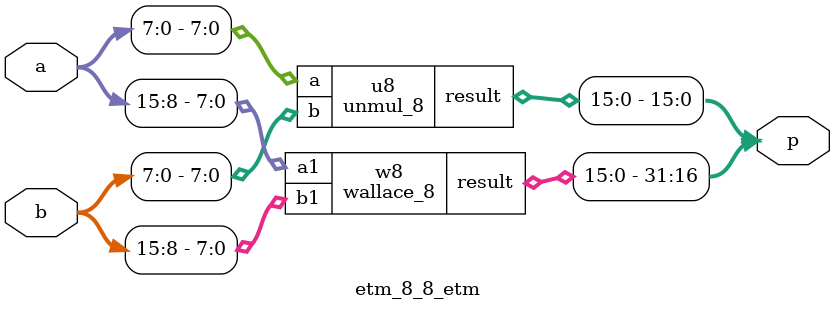
<source format=v>


module ha_0 ( A, B, S, C );
  input A, B;
  output S, C;


  XOR2X1 U1 ( .A(B), .B(A), .Y(S) );
  AND2X1 U2 ( .A(A), .B(B), .Y(C) );
endmodule


module ha_95 ( A, B, S, C );
  input A, B;
  output S, C;


  XOR2X1 U1 ( .A(B), .B(A), .Y(S) );
  AND2X1 U2 ( .A(A), .B(B), .Y(C) );
endmodule


module ha_96 ( A, B, S, C );
  input A, B;
  output S, C;


  XOR2X1 U1 ( .A(B), .B(A), .Y(S) );
  AND2X1 U2 ( .A(A), .B(B), .Y(C) );
endmodule


module fa_0 ( A, B, Cin, S, Cout );
  input A, B, Cin;
  output S, Cout;
  wire   s1, c1, c2;

  ha_96 HA1 ( .A(A), .B(B), .S(s1), .C(c1) );
  ha_95 HA2 ( .A(s1), .B(Cin), .S(S), .C(c2) );
  OR2X1 U1 ( .A(c1), .B(c2), .Y(Cout) );
endmodule


module ha_19 ( A, B, S, C );
  input A, B;
  output S, C;


  XOR2X1 U1 ( .A(B), .B(A), .Y(S) );
  AND2X1 U2 ( .A(A), .B(B), .Y(C) );
endmodule


module ha_20 ( A, B, S, C );
  input A, B;
  output S, C;


  XOR2X1 U1 ( .A(B), .B(A), .Y(S) );
  AND2X1 U2 ( .A(A), .B(B), .Y(C) );
endmodule


module ha_1 ( A, B, S, C );
  input A, B;
  output S, C;


  XOR2X1 U1 ( .A(B), .B(A), .Y(S) );
  AND2X1 U2 ( .A(A), .B(B), .Y(C) );
endmodule


module ha_2 ( A, B, S, C );
  input A, B;
  output S, C;


  XOR2X1 U1 ( .A(B), .B(A), .Y(S) );
  AND2X1 U2 ( .A(A), .B(B), .Y(C) );
endmodule


module fa_1 ( A, B, Cin, S, Cout );
  input A, B, Cin;
  output S, Cout;
  wire   s1, c1, c2;

  ha_2 HA1 ( .A(A), .B(B), .S(s1), .C(c1) );
  ha_1 HA2 ( .A(s1), .B(Cin), .S(S), .C(c2) );
  OR2X1 U1 ( .A(c1), .B(c2), .Y(Cout) );
endmodule


module ha_3 ( A, B, S, C );
  input A, B;
  output S, C;


  XOR2X1 U1 ( .A(B), .B(A), .Y(S) );
  AND2X1 U2 ( .A(A), .B(B), .Y(C) );
endmodule


module ha_4 ( A, B, S, C );
  input A, B;
  output S, C;


  XOR2X1 U1 ( .A(B), .B(A), .Y(S) );
  AND2X1 U2 ( .A(A), .B(B), .Y(C) );
endmodule


module fa_2 ( A, B, Cin, S, Cout );
  input A, B, Cin;
  output S, Cout;
  wire   s1, c1, c2;

  ha_4 HA1 ( .A(A), .B(B), .S(s1), .C(c1) );
  ha_3 HA2 ( .A(s1), .B(Cin), .S(S), .C(c2) );
  OR2X1 U1 ( .A(c1), .B(c2), .Y(Cout) );
endmodule


module ha_5 ( A, B, S, C );
  input A, B;
  output S, C;


  XOR2X1 U1 ( .A(B), .B(A), .Y(S) );
  AND2X1 U2 ( .A(A), .B(B), .Y(C) );
endmodule


module ha_6 ( A, B, S, C );
  input A, B;
  output S, C;


  XOR2X1 U1 ( .A(B), .B(A), .Y(S) );
  AND2X1 U2 ( .A(A), .B(B), .Y(C) );
endmodule


module fa_3 ( A, B, Cin, S, Cout );
  input A, B, Cin;
  output S, Cout;
  wire   s1, c1, c2;

  ha_6 HA1 ( .A(A), .B(B), .S(s1), .C(c1) );
  ha_5 HA2 ( .A(s1), .B(Cin), .S(S), .C(c2) );
  OR2X1 U1 ( .A(c1), .B(c2), .Y(Cout) );
endmodule


module ha_7 ( A, B, S, C );
  input A, B;
  output S, C;


  XOR2X1 U1 ( .A(B), .B(A), .Y(S) );
  AND2X1 U2 ( .A(A), .B(B), .Y(C) );
endmodule


module ha_8 ( A, B, S, C );
  input A, B;
  output S, C;


  XOR2X1 U1 ( .A(B), .B(A), .Y(S) );
  AND2X1 U2 ( .A(A), .B(B), .Y(C) );
endmodule


module fa_4 ( A, B, Cin, S, Cout );
  input A, B, Cin;
  output S, Cout;
  wire   s1, c1, c2;

  ha_8 HA1 ( .A(A), .B(B), .S(s1), .C(c1) );
  ha_7 HA2 ( .A(s1), .B(Cin), .S(S), .C(c2) );
  OR2X1 U1 ( .A(c1), .B(c2), .Y(Cout) );
endmodule


module ha_9 ( A, B, S, C );
  input A, B;
  output S, C;


  XOR2X1 U1 ( .A(B), .B(A), .Y(S) );
  AND2X1 U2 ( .A(A), .B(B), .Y(C) );
endmodule


module ha_10 ( A, B, S, C );
  input A, B;
  output S, C;


  XOR2X1 U1 ( .A(B), .B(A), .Y(S) );
  AND2X1 U2 ( .A(A), .B(B), .Y(C) );
endmodule


module fa_5 ( A, B, Cin, S, Cout );
  input A, B, Cin;
  output S, Cout;
  wire   s1, c1, c2;

  ha_10 HA1 ( .A(A), .B(B), .S(s1), .C(c1) );
  ha_9 HA2 ( .A(s1), .B(Cin), .S(S), .C(c2) );
  OR2X1 U1 ( .A(c1), .B(c2), .Y(Cout) );
endmodule


module ha_11 ( A, B, S, C );
  input A, B;
  output S, C;


  XOR2X1 U1 ( .A(B), .B(A), .Y(S) );
  AND2X1 U2 ( .A(A), .B(B), .Y(C) );
endmodule


module ha_12 ( A, B, S, C );
  input A, B;
  output S, C;


  XOR2X1 U1 ( .A(B), .B(A), .Y(S) );
  AND2X1 U2 ( .A(A), .B(B), .Y(C) );
endmodule


module fa_6 ( A, B, Cin, S, Cout );
  input A, B, Cin;
  output S, Cout;
  wire   s1, c1, c2;

  ha_12 HA1 ( .A(A), .B(B), .S(s1), .C(c1) );
  ha_11 HA2 ( .A(s1), .B(Cin), .S(S), .C(c2) );
  OR2X1 U1 ( .A(c1), .B(c2), .Y(Cout) );
endmodule


module ha_13 ( A, B, S, C );
  input A, B;
  output S, C;


  XOR2X1 U1 ( .A(B), .B(A), .Y(S) );
  AND2X1 U2 ( .A(A), .B(B), .Y(C) );
endmodule


module ha_14 ( A, B, S, C );
  input A, B;
  output S, C;


  XOR2X1 U1 ( .A(B), .B(A), .Y(S) );
  AND2X1 U2 ( .A(A), .B(B), .Y(C) );
endmodule


module fa_7 ( A, B, Cin, S, Cout );
  input A, B, Cin;
  output S, Cout;
  wire   s1, c1, c2;

  ha_14 HA1 ( .A(A), .B(B), .S(s1), .C(c1) );
  ha_13 HA2 ( .A(s1), .B(Cin), .S(S), .C(c2) );
  OR2X1 U1 ( .A(c1), .B(c2), .Y(Cout) );
endmodule


module ha_15 ( A, B, S, C );
  input A, B;
  output S, C;


  XOR2X1 U1 ( .A(B), .B(A), .Y(S) );
  AND2X1 U2 ( .A(A), .B(B), .Y(C) );
endmodule


module ha_16 ( A, B, S, C );
  input A, B;
  output S, C;


  XOR2X1 U1 ( .A(B), .B(A), .Y(S) );
  AND2X1 U2 ( .A(A), .B(B), .Y(C) );
endmodule


module fa_8 ( A, B, Cin, S, Cout );
  input A, B, Cin;
  output S, Cout;
  wire   s1, c1, c2;

  ha_16 HA1 ( .A(A), .B(B), .S(s1), .C(c1) );
  ha_15 HA2 ( .A(s1), .B(Cin), .S(S), .C(c2) );
  OR2X1 U1 ( .A(c1), .B(c2), .Y(Cout) );
endmodule


module ha_17 ( A, B, S, C );
  input A, B;
  output S, C;


  XOR2X1 U1 ( .A(B), .B(A), .Y(S) );
  AND2X1 U2 ( .A(A), .B(B), .Y(C) );
endmodule


module ha_18 ( A, B, S, C );
  input A, B;
  output S, C;


  XOR2X1 U1 ( .A(B), .B(A), .Y(S) );
  AND2X1 U2 ( .A(A), .B(B), .Y(C) );
endmodule


module fa_9 ( A, B, Cin, S, Cout );
  input A, B, Cin;
  output S, Cout;
  wire   s1, c1, c2;

  ha_18 HA1 ( .A(A), .B(B), .S(s1), .C(c1) );
  ha_17 HA2 ( .A(s1), .B(Cin), .S(S), .C(c2) );
  OR2X1 U1 ( .A(c1), .B(c2), .Y(Cout) );
endmodule


module rca_11bits ( A, B, Sum );
  input [9:0] A;
  input [10:0] B;
  output [10:0] Sum;
  wire   c1, c2, c3, c4, c5, c6, c7, c8, c9, c10;

  ha_20 HA0 ( .A(A[0]), .B(B[0]), .S(Sum[0]), .C(c1) );
  fa_9 FA0 ( .A(A[1]), .B(B[1]), .Cin(c1), .S(Sum[1]), .Cout(c2) );
  fa_8 FA1 ( .A(A[2]), .B(B[2]), .Cin(c2), .S(Sum[2]), .Cout(c3) );
  fa_7 FA2 ( .A(A[3]), .B(B[3]), .Cin(c3), .S(Sum[3]), .Cout(c4) );
  fa_6 FA3 ( .A(A[4]), .B(B[4]), .Cin(c4), .S(Sum[4]), .Cout(c5) );
  fa_5 FA4 ( .A(A[5]), .B(B[5]), .Cin(c5), .S(Sum[5]), .Cout(c6) );
  fa_4 FA5 ( .A(A[6]), .B(B[6]), .Cin(c6), .S(Sum[6]), .Cout(c7) );
  fa_3 FA6 ( .A(A[7]), .B(B[7]), .Cin(c7), .S(Sum[7]), .Cout(c8) );
  fa_2 FA7 ( .A(A[8]), .B(B[8]), .Cin(c8), .S(Sum[8]), .Cout(c9) );
  fa_1 FA8 ( .A(A[9]), .B(B[9]), .Cin(c9), .S(Sum[9]), .Cout(c10) );
  ha_19 HA1 ( .A(B[10]), .B(c10), .S(Sum[10]) );
endmodule


module ha_97 ( A, B, S, C );
  input A, B;
  output S, C;


  XOR2X1 U1 ( .A(B), .B(A), .Y(S) );
  AND2X1 U2 ( .A(A), .B(B), .Y(C) );
endmodule


module ha_98 ( A, B, S, C );
  input A, B;
  output S, C;


  XOR2X1 U1 ( .A(B), .B(A), .Y(S) );
  AND2X1 U2 ( .A(A), .B(B), .Y(C) );
endmodule


module ha_99 ( A, B, S, C );
  input A, B;
  output S, C;


  XOR2X1 U1 ( .A(B), .B(A), .Y(S) );
  AND2X1 U2 ( .A(A), .B(B), .Y(C) );
endmodule


module ha_100 ( A, B, S, C );
  input A, B;
  output S, C;


  XOR2X1 U1 ( .A(B), .B(A), .Y(S) );
  AND2X1 U2 ( .A(A), .B(B), .Y(C) );
endmodule


module ha_101 ( A, B, S, C );
  input A, B;
  output S, C;


  XOR2X1 U1 ( .A(B), .B(A), .Y(S) );
  AND2X1 U2 ( .A(A), .B(B), .Y(C) );
endmodule


module ha_102 ( A, B, S, C );
  input A, B;
  output S, C;


  XOR2X1 U1 ( .A(B), .B(A), .Y(S) );
  AND2X1 U2 ( .A(A), .B(B), .Y(C) );
endmodule


module ha_103 ( A, B, S, C );
  input A, B;
  output S, C;


  XOR2X1 U1 ( .A(B), .B(A), .Y(S) );
  AND2X1 U2 ( .A(A), .B(B), .Y(C) );
endmodule


module ha_104 ( A, B, S, C );
  input A, B;
  output S, C;


  XOR2X1 U1 ( .A(B), .B(A), .Y(S) );
  AND2X1 U2 ( .A(A), .B(B), .Y(C) );
endmodule


module ha_105 ( A, B, S, C );
  input A, B;
  output S, C;


  XOR2X1 U1 ( .A(B), .B(A), .Y(S) );
  AND2X1 U2 ( .A(A), .B(B), .Y(C) );
endmodule


module ha_106 ( A, B, S, C );
  input A, B;
  output S, C;


  XOR2X1 U1 ( .A(B), .B(A), .Y(S) );
  AND2X1 U2 ( .A(A), .B(B), .Y(C) );
endmodule


module ha_107 ( A, B, S, C );
  input A, B;
  output S, C;


  XOR2X1 U1 ( .A(B), .B(A), .Y(S) );
  AND2X1 U2 ( .A(A), .B(B), .Y(C) );
endmodule


module ha_108 ( A, B, S, C );
  input A, B;
  output S, C;


  XOR2X1 U1 ( .A(B), .B(A), .Y(S) );
  AND2X1 U2 ( .A(A), .B(B), .Y(C) );
endmodule


module ha_109 ( A, B, S, C );
  input A, B;
  output S, C;


  XOR2X1 U1 ( .A(B), .B(A), .Y(S) );
  AND2X1 U2 ( .A(A), .B(B), .Y(C) );
endmodule


module ha_110 ( A, B, S, C );
  input A, B;
  output S, C;


  XOR2X1 U1 ( .A(B), .B(A), .Y(S) );
  AND2X1 U2 ( .A(A), .B(B), .Y(C) );
endmodule


module ha_21 ( A, B, S, C );
  input A, B;
  output S, C;


  XOR2X1 U1 ( .A(B), .B(A), .Y(S) );
  AND2X1 U2 ( .A(A), .B(B), .Y(C) );
endmodule


module ha_22 ( A, B, S, C );
  input A, B;
  output S, C;


  XOR2X1 U1 ( .A(B), .B(A), .Y(S) );
  AND2X1 U2 ( .A(A), .B(B), .Y(C) );
endmodule


module fa_10 ( A, B, Cin, S, Cout );
  input A, B, Cin;
  output S, Cout;
  wire   s1, c1, c2;

  ha_22 HA1 ( .A(A), .B(B), .S(s1), .C(c1) );
  ha_21 HA2 ( .A(s1), .B(Cin), .S(S), .C(c2) );
  OR2X1 U1 ( .A(c1), .B(c2), .Y(Cout) );
endmodule


module ha_23 ( A, B, S, C );
  input A, B;
  output S, C;


  XOR2X1 U1 ( .A(B), .B(A), .Y(S) );
  AND2X1 U2 ( .A(A), .B(B), .Y(C) );
endmodule


module ha_24 ( A, B, S, C );
  input A, B;
  output S, C;


  XOR2X1 U1 ( .A(B), .B(A), .Y(S) );
  AND2X1 U2 ( .A(A), .B(B), .Y(C) );
endmodule


module fa_11 ( A, B, Cin, S, Cout );
  input A, B, Cin;
  output S, Cout;
  wire   s1, c1, c2;

  ha_24 HA1 ( .A(A), .B(B), .S(s1), .C(c1) );
  ha_23 HA2 ( .A(s1), .B(Cin), .S(S), .C(c2) );
  OR2X1 U1 ( .A(c1), .B(c2), .Y(Cout) );
endmodule


module ha_25 ( A, B, S, C );
  input A, B;
  output S, C;


  XOR2X1 U1 ( .A(B), .B(A), .Y(S) );
  AND2X1 U2 ( .A(A), .B(B), .Y(C) );
endmodule


module ha_26 ( A, B, S, C );
  input A, B;
  output S, C;


  XOR2X1 U1 ( .A(B), .B(A), .Y(S) );
  AND2X1 U2 ( .A(A), .B(B), .Y(C) );
endmodule


module fa_12 ( A, B, Cin, S, Cout );
  input A, B, Cin;
  output S, Cout;
  wire   s1, c1, c2;

  ha_26 HA1 ( .A(A), .B(B), .S(s1), .C(c1) );
  ha_25 HA2 ( .A(s1), .B(Cin), .S(S), .C(c2) );
  OR2X1 U1 ( .A(c1), .B(c2), .Y(Cout) );
endmodule


module ha_27 ( A, B, S, C );
  input A, B;
  output S, C;


  XOR2X1 U1 ( .A(B), .B(A), .Y(S) );
  AND2X1 U2 ( .A(A), .B(B), .Y(C) );
endmodule


module ha_28 ( A, B, S, C );
  input A, B;
  output S, C;


  XOR2X1 U1 ( .A(B), .B(A), .Y(S) );
  AND2X1 U2 ( .A(A), .B(B), .Y(C) );
endmodule


module fa_13 ( A, B, Cin, S, Cout );
  input A, B, Cin;
  output S, Cout;
  wire   s1, c1, c2;

  ha_28 HA1 ( .A(A), .B(B), .S(s1), .C(c1) );
  ha_27 HA2 ( .A(s1), .B(Cin), .S(S), .C(c2) );
  OR2X1 U1 ( .A(c1), .B(c2), .Y(Cout) );
endmodule


module ha_29 ( A, B, S, C );
  input A, B;
  output S, C;


  XOR2X1 U1 ( .A(B), .B(A), .Y(S) );
  AND2X1 U2 ( .A(A), .B(B), .Y(C) );
endmodule


module ha_30 ( A, B, S, C );
  input A, B;
  output S, C;


  XOR2X1 U1 ( .A(B), .B(A), .Y(S) );
  AND2X1 U2 ( .A(A), .B(B), .Y(C) );
endmodule


module fa_14 ( A, B, Cin, S, Cout );
  input A, B, Cin;
  output S, Cout;
  wire   s1, c1, c2;

  ha_30 HA1 ( .A(A), .B(B), .S(s1), .C(c1) );
  ha_29 HA2 ( .A(s1), .B(Cin), .S(S), .C(c2) );
  OR2X1 U1 ( .A(c1), .B(c2), .Y(Cout) );
endmodule


module ha_31 ( A, B, S, C );
  input A, B;
  output S, C;


  XOR2X1 U1 ( .A(B), .B(A), .Y(S) );
  AND2X1 U2 ( .A(A), .B(B), .Y(C) );
endmodule


module ha_32 ( A, B, S, C );
  input A, B;
  output S, C;


  XOR2X1 U1 ( .A(B), .B(A), .Y(S) );
  AND2X1 U2 ( .A(A), .B(B), .Y(C) );
endmodule


module fa_15 ( A, B, Cin, S, Cout );
  input A, B, Cin;
  output S, Cout;
  wire   s1, c1, c2;

  ha_32 HA1 ( .A(A), .B(B), .S(s1), .C(c1) );
  ha_31 HA2 ( .A(s1), .B(Cin), .S(S), .C(c2) );
  OR2X1 U1 ( .A(c1), .B(c2), .Y(Cout) );
endmodule


module ha_33 ( A, B, S, C );
  input A, B;
  output S, C;


  XOR2X1 U1 ( .A(B), .B(A), .Y(S) );
  AND2X1 U2 ( .A(A), .B(B), .Y(C) );
endmodule


module ha_34 ( A, B, S, C );
  input A, B;
  output S, C;


  XOR2X1 U1 ( .A(B), .B(A), .Y(S) );
  AND2X1 U2 ( .A(A), .B(B), .Y(C) );
endmodule


module fa_16 ( A, B, Cin, S, Cout );
  input A, B, Cin;
  output S, Cout;
  wire   s1, c1, c2;

  ha_34 HA1 ( .A(A), .B(B), .S(s1), .C(c1) );
  ha_33 HA2 ( .A(s1), .B(Cin), .S(S), .C(c2) );
  OR2X1 U1 ( .A(c1), .B(c2), .Y(Cout) );
endmodule


module ha_35 ( A, B, S, C );
  input A, B;
  output S, C;


  XOR2X1 U1 ( .A(B), .B(A), .Y(S) );
  AND2X1 U2 ( .A(A), .B(B), .Y(C) );
endmodule


module ha_36 ( A, B, S, C );
  input A, B;
  output S, C;


  XOR2X1 U1 ( .A(B), .B(A), .Y(S) );
  AND2X1 U2 ( .A(A), .B(B), .Y(C) );
endmodule


module fa_17 ( A, B, Cin, S, Cout );
  input A, B, Cin;
  output S, Cout;
  wire   s1, c1, c2;

  ha_36 HA1 ( .A(A), .B(B), .S(s1), .C(c1) );
  ha_35 HA2 ( .A(s1), .B(Cin), .S(S), .C(c2) );
  OR2X1 U1 ( .A(c1), .B(c2), .Y(Cout) );
endmodule


module ha_37 ( A, B, S, C );
  input A, B;
  output S, C;


  XOR2X1 U1 ( .A(B), .B(A), .Y(S) );
  AND2X1 U2 ( .A(A), .B(B), .Y(C) );
endmodule


module ha_38 ( A, B, S, C );
  input A, B;
  output S, C;


  XOR2X1 U1 ( .A(B), .B(A), .Y(S) );
  AND2X1 U2 ( .A(A), .B(B), .Y(C) );
endmodule


module fa_18 ( A, B, Cin, S, Cout );
  input A, B, Cin;
  output S, Cout;
  wire   s1, c1, c2;

  ha_38 HA1 ( .A(A), .B(B), .S(s1), .C(c1) );
  ha_37 HA2 ( .A(s1), .B(Cin), .S(S), .C(c2) );
  OR2X1 U1 ( .A(c1), .B(c2), .Y(Cout) );
endmodule


module ha_39 ( A, B, S, C );
  input A, B;
  output S, C;


  XOR2X1 U1 ( .A(B), .B(A), .Y(S) );
  AND2X1 U2 ( .A(A), .B(B), .Y(C) );
endmodule


module ha_40 ( A, B, S, C );
  input A, B;
  output S, C;


  XOR2X1 U1 ( .A(B), .B(A), .Y(S) );
  AND2X1 U2 ( .A(A), .B(B), .Y(C) );
endmodule


module fa_19 ( A, B, Cin, S, Cout );
  input A, B, Cin;
  output S, Cout;
  wire   s1, c1, c2;

  ha_40 HA1 ( .A(A), .B(B), .S(s1), .C(c1) );
  ha_39 HA2 ( .A(s1), .B(Cin), .S(S), .C(c2) );
  OR2X1 U1 ( .A(c1), .B(c2), .Y(Cout) );
endmodule


module ha_41 ( A, B, S, C );
  input A, B;
  output S, C;


  XOR2X1 U1 ( .A(B), .B(A), .Y(S) );
  AND2X1 U2 ( .A(A), .B(B), .Y(C) );
endmodule


module ha_42 ( A, B, S, C );
  input A, B;
  output S, C;


  XOR2X1 U1 ( .A(B), .B(A), .Y(S) );
  AND2X1 U2 ( .A(A), .B(B), .Y(C) );
endmodule


module fa_20 ( A, B, Cin, S, Cout );
  input A, B, Cin;
  output S, Cout;
  wire   s1, c1, c2;

  ha_42 HA1 ( .A(A), .B(B), .S(s1), .C(c1) );
  ha_41 HA2 ( .A(s1), .B(Cin), .S(S), .C(c2) );
  OR2X1 U1 ( .A(c1), .B(c2), .Y(Cout) );
endmodule


module ha_43 ( A, B, S, C );
  input A, B;
  output S, C;


  XOR2X1 U1 ( .A(B), .B(A), .Y(S) );
  AND2X1 U2 ( .A(A), .B(B), .Y(C) );
endmodule


module ha_44 ( A, B, S, C );
  input A, B;
  output S, C;


  XOR2X1 U1 ( .A(B), .B(A), .Y(S) );
  AND2X1 U2 ( .A(A), .B(B), .Y(C) );
endmodule


module fa_21 ( A, B, Cin, S, Cout );
  input A, B, Cin;
  output S, Cout;
  wire   s1, c1, c2;

  ha_44 HA1 ( .A(A), .B(B), .S(s1), .C(c1) );
  ha_43 HA2 ( .A(s1), .B(Cin), .S(S), .C(c2) );
  OR2X1 U1 ( .A(c1), .B(c2), .Y(Cout) );
endmodule


module ha_45 ( A, B, S, C );
  input A, B;
  output S, C;


  XOR2X1 U1 ( .A(B), .B(A), .Y(S) );
  AND2X1 U2 ( .A(A), .B(B), .Y(C) );
endmodule


module ha_46 ( A, B, S, C );
  input A, B;
  output S, C;


  XOR2X1 U1 ( .A(B), .B(A), .Y(S) );
  AND2X1 U2 ( .A(A), .B(B), .Y(C) );
endmodule


module fa_22 ( A, B, Cin, S, Cout );
  input A, B, Cin;
  output S, Cout;
  wire   s1, c1, c2;

  ha_46 HA1 ( .A(A), .B(B), .S(s1), .C(c1) );
  ha_45 HA2 ( .A(s1), .B(Cin), .S(S), .C(c2) );
  OR2X1 U1 ( .A(c1), .B(c2), .Y(Cout) );
endmodule


module ha_47 ( A, B, S, C );
  input A, B;
  output S, C;


  XOR2X1 U1 ( .A(B), .B(A), .Y(S) );
  AND2X1 U2 ( .A(A), .B(B), .Y(C) );
endmodule


module ha_48 ( A, B, S, C );
  input A, B;
  output S, C;


  XOR2X1 U1 ( .A(B), .B(A), .Y(S) );
  AND2X1 U2 ( .A(A), .B(B), .Y(C) );
endmodule


module fa_23 ( A, B, Cin, S, Cout );
  input A, B, Cin;
  output S, Cout;
  wire   s1, c1, c2;

  ha_48 HA1 ( .A(A), .B(B), .S(s1), .C(c1) );
  ha_47 HA2 ( .A(s1), .B(Cin), .S(S), .C(c2) );
  OR2X1 U1 ( .A(c1), .B(c2), .Y(Cout) );
endmodule


module ha_49 ( A, B, S, C );
  input A, B;
  output S, C;


  XOR2X1 U1 ( .A(B), .B(A), .Y(S) );
  AND2X1 U2 ( .A(A), .B(B), .Y(C) );
endmodule


module ha_50 ( A, B, S, C );
  input A, B;
  output S, C;


  XOR2X1 U1 ( .A(B), .B(A), .Y(S) );
  AND2X1 U2 ( .A(A), .B(B), .Y(C) );
endmodule


module fa_24 ( A, B, Cin, S, Cout );
  input A, B, Cin;
  output S, Cout;
  wire   s1, c1, c2;

  ha_50 HA1 ( .A(A), .B(B), .S(s1), .C(c1) );
  ha_49 HA2 ( .A(s1), .B(Cin), .S(S), .C(c2) );
  OR2X1 U1 ( .A(c1), .B(c2), .Y(Cout) );
endmodule


module ha_51 ( A, B, S, C );
  input A, B;
  output S, C;


  XOR2X1 U1 ( .A(B), .B(A), .Y(S) );
  AND2X1 U2 ( .A(A), .B(B), .Y(C) );
endmodule


module ha_52 ( A, B, S, C );
  input A, B;
  output S, C;


  XOR2X1 U1 ( .A(B), .B(A), .Y(S) );
  AND2X1 U2 ( .A(A), .B(B), .Y(C) );
endmodule


module fa_25 ( A, B, Cin, S, Cout );
  input A, B, Cin;
  output S, Cout;
  wire   s1, c1, c2;

  ha_52 HA1 ( .A(A), .B(B), .S(s1), .C(c1) );
  ha_51 HA2 ( .A(s1), .B(Cin), .S(S), .C(c2) );
  OR2X1 U1 ( .A(c1), .B(c2), .Y(Cout) );
endmodule


module ha_53 ( A, B, S, C );
  input A, B;
  output S, C;


  XOR2X1 U1 ( .A(B), .B(A), .Y(S) );
  AND2X1 U2 ( .A(A), .B(B), .Y(C) );
endmodule


module ha_54 ( A, B, S, C );
  input A, B;
  output S, C;


  XOR2X1 U1 ( .A(B), .B(A), .Y(S) );
  AND2X1 U2 ( .A(A), .B(B), .Y(C) );
endmodule


module fa_26 ( A, B, Cin, S, Cout );
  input A, B, Cin;
  output S, Cout;
  wire   s1, c1, c2;

  ha_54 HA1 ( .A(A), .B(B), .S(s1), .C(c1) );
  ha_53 HA2 ( .A(s1), .B(Cin), .S(S), .C(c2) );
  OR2X1 U1 ( .A(c1), .B(c2), .Y(Cout) );
endmodule


module ha_55 ( A, B, S, C );
  input A, B;
  output S, C;


  XOR2X1 U1 ( .A(B), .B(A), .Y(S) );
  AND2X1 U2 ( .A(A), .B(B), .Y(C) );
endmodule


module ha_56 ( A, B, S, C );
  input A, B;
  output S, C;


  XOR2X1 U1 ( .A(B), .B(A), .Y(S) );
  AND2X1 U2 ( .A(A), .B(B), .Y(C) );
endmodule


module fa_27 ( A, B, Cin, S, Cout );
  input A, B, Cin;
  output S, Cout;
  wire   s1, c1, c2;

  ha_56 HA1 ( .A(A), .B(B), .S(s1), .C(c1) );
  ha_55 HA2 ( .A(s1), .B(Cin), .S(S), .C(c2) );
  OR2X1 U1 ( .A(c1), .B(c2), .Y(Cout) );
endmodule


module ha_57 ( A, B, S, C );
  input A, B;
  output S, C;


  XOR2X1 U1 ( .A(B), .B(A), .Y(S) );
  AND2X1 U2 ( .A(A), .B(B), .Y(C) );
endmodule


module ha_58 ( A, B, S, C );
  input A, B;
  output S, C;


  XOR2X1 U1 ( .A(B), .B(A), .Y(S) );
  AND2X1 U2 ( .A(A), .B(B), .Y(C) );
endmodule


module fa_28 ( A, B, Cin, S, Cout );
  input A, B, Cin;
  output S, Cout;
  wire   s1, c1, c2;

  ha_58 HA1 ( .A(A), .B(B), .S(s1), .C(c1) );
  ha_57 HA2 ( .A(s1), .B(Cin), .S(S), .C(c2) );
  OR2X1 U1 ( .A(c1), .B(c2), .Y(Cout) );
endmodule


module ha_59 ( A, B, S, C );
  input A, B;
  output S, C;


  XOR2X1 U1 ( .A(B), .B(A), .Y(S) );
  AND2X1 U2 ( .A(A), .B(B), .Y(C) );
endmodule


module ha_60 ( A, B, S, C );
  input A, B;
  output S, C;


  XOR2X1 U1 ( .A(B), .B(A), .Y(S) );
  AND2X1 U2 ( .A(A), .B(B), .Y(C) );
endmodule


module fa_29 ( A, B, Cin, S, Cout );
  input A, B, Cin;
  output S, Cout;
  wire   s1, c1, c2;

  ha_60 HA1 ( .A(A), .B(B), .S(s1), .C(c1) );
  ha_59 HA2 ( .A(s1), .B(Cin), .S(S), .C(c2) );
  OR2X1 U1 ( .A(c1), .B(c2), .Y(Cout) );
endmodule


module ha_61 ( A, B, S, C );
  input A, B;
  output S, C;


  XOR2X1 U1 ( .A(B), .B(A), .Y(S) );
  AND2X1 U2 ( .A(A), .B(B), .Y(C) );
endmodule


module ha_62 ( A, B, S, C );
  input A, B;
  output S, C;


  XOR2X1 U1 ( .A(B), .B(A), .Y(S) );
  AND2X1 U2 ( .A(A), .B(B), .Y(C) );
endmodule


module fa_30 ( A, B, Cin, S, Cout );
  input A, B, Cin;
  output S, Cout;
  wire   s1, c1, c2;

  ha_62 HA1 ( .A(A), .B(B), .S(s1), .C(c1) );
  ha_61 HA2 ( .A(s1), .B(Cin), .S(S), .C(c2) );
  OR2X1 U1 ( .A(c1), .B(c2), .Y(Cout) );
endmodule


module ha_63 ( A, B, S, C );
  input A, B;
  output S, C;


  XOR2X1 U1 ( .A(B), .B(A), .Y(S) );
  AND2X1 U2 ( .A(A), .B(B), .Y(C) );
endmodule


module ha_64 ( A, B, S, C );
  input A, B;
  output S, C;


  XOR2X1 U1 ( .A(B), .B(A), .Y(S) );
  AND2X1 U2 ( .A(A), .B(B), .Y(C) );
endmodule


module fa_31 ( A, B, Cin, S, Cout );
  input A, B, Cin;
  output S, Cout;
  wire   s1, c1, c2;

  ha_64 HA1 ( .A(A), .B(B), .S(s1), .C(c1) );
  ha_63 HA2 ( .A(s1), .B(Cin), .S(S), .C(c2) );
  OR2X1 U1 ( .A(c1), .B(c2), .Y(Cout) );
endmodule


module ha_65 ( A, B, S, C );
  input A, B;
  output S, C;


  XOR2X1 U1 ( .A(B), .B(A), .Y(S) );
  AND2X1 U2 ( .A(A), .B(B), .Y(C) );
endmodule


module ha_66 ( A, B, S, C );
  input A, B;
  output S, C;


  XOR2X1 U1 ( .A(B), .B(A), .Y(S) );
  AND2X1 U2 ( .A(A), .B(B), .Y(C) );
endmodule


module fa_32 ( A, B, Cin, S, Cout );
  input A, B, Cin;
  output S, Cout;
  wire   s1, c1, c2;

  ha_66 HA1 ( .A(A), .B(B), .S(s1), .C(c1) );
  ha_65 HA2 ( .A(s1), .B(Cin), .S(S), .C(c2) );
  OR2X1 U1 ( .A(c1), .B(c2), .Y(Cout) );
endmodule


module ha_67 ( A, B, S, C );
  input A, B;
  output S, C;


  XOR2X1 U1 ( .A(B), .B(A), .Y(S) );
  AND2X1 U2 ( .A(A), .B(B), .Y(C) );
endmodule


module ha_68 ( A, B, S, C );
  input A, B;
  output S, C;


  XOR2X1 U1 ( .A(B), .B(A), .Y(S) );
  AND2X1 U2 ( .A(A), .B(B), .Y(C) );
endmodule


module fa_33 ( A, B, Cin, S, Cout );
  input A, B, Cin;
  output S, Cout;
  wire   s1, c1, c2;

  ha_68 HA1 ( .A(A), .B(B), .S(s1), .C(c1) );
  ha_67 HA2 ( .A(s1), .B(Cin), .S(S), .C(c2) );
  OR2X1 U1 ( .A(c1), .B(c2), .Y(Cout) );
endmodule


module ha_69 ( A, B, S, C );
  input A, B;
  output S, C;


  XOR2X1 U1 ( .A(B), .B(A), .Y(S) );
  AND2X1 U2 ( .A(A), .B(B), .Y(C) );
endmodule


module ha_70 ( A, B, S, C );
  input A, B;
  output S, C;


  XOR2X1 U1 ( .A(B), .B(A), .Y(S) );
  AND2X1 U2 ( .A(A), .B(B), .Y(C) );
endmodule


module fa_34 ( A, B, Cin, S, Cout );
  input A, B, Cin;
  output S, Cout;
  wire   s1, c1, c2;

  ha_70 HA1 ( .A(A), .B(B), .S(s1), .C(c1) );
  ha_69 HA2 ( .A(s1), .B(Cin), .S(S), .C(c2) );
  OR2X1 U1 ( .A(c1), .B(c2), .Y(Cout) );
endmodule


module ha_71 ( A, B, S, C );
  input A, B;
  output S, C;


  XOR2X1 U1 ( .A(B), .B(A), .Y(S) );
  AND2X1 U2 ( .A(A), .B(B), .Y(C) );
endmodule


module ha_72 ( A, B, S, C );
  input A, B;
  output S, C;


  XOR2X1 U1 ( .A(B), .B(A), .Y(S) );
  AND2X1 U2 ( .A(A), .B(B), .Y(C) );
endmodule


module fa_35 ( A, B, Cin, S, Cout );
  input A, B, Cin;
  output S, Cout;
  wire   s1, c1, c2;

  ha_72 HA1 ( .A(A), .B(B), .S(s1), .C(c1) );
  ha_71 HA2 ( .A(s1), .B(Cin), .S(S), .C(c2) );
  OR2X1 U1 ( .A(c1), .B(c2), .Y(Cout) );
endmodule


module ha_73 ( A, B, S, C );
  input A, B;
  output S, C;


  XOR2X1 U1 ( .A(B), .B(A), .Y(S) );
  AND2X1 U2 ( .A(A), .B(B), .Y(C) );
endmodule


module ha_74 ( A, B, S, C );
  input A, B;
  output S, C;


  XOR2X1 U1 ( .A(B), .B(A), .Y(S) );
  AND2X1 U2 ( .A(A), .B(B), .Y(C) );
endmodule


module fa_36 ( A, B, Cin, S, Cout );
  input A, B, Cin;
  output S, Cout;
  wire   s1, c1, c2;

  ha_74 HA1 ( .A(A), .B(B), .S(s1), .C(c1) );
  ha_73 HA2 ( .A(s1), .B(Cin), .S(S), .C(c2) );
  OR2X1 U1 ( .A(c1), .B(c2), .Y(Cout) );
endmodule


module ha_75 ( A, B, S, C );
  input A, B;
  output S, C;


  XOR2X1 U1 ( .A(B), .B(A), .Y(S) );
  AND2X1 U2 ( .A(A), .B(B), .Y(C) );
endmodule


module ha_76 ( A, B, S, C );
  input A, B;
  output S, C;


  XOR2X1 U1 ( .A(B), .B(A), .Y(S) );
  AND2X1 U2 ( .A(A), .B(B), .Y(C) );
endmodule


module fa_37 ( A, B, Cin, S, Cout );
  input A, B, Cin;
  output S, Cout;
  wire   s1, c1, c2;

  ha_76 HA1 ( .A(A), .B(B), .S(s1), .C(c1) );
  ha_75 HA2 ( .A(s1), .B(Cin), .S(S), .C(c2) );
  OR2X1 U1 ( .A(c1), .B(c2), .Y(Cout) );
endmodule


module ha_77 ( A, B, S, C );
  input A, B;
  output S, C;


  XOR2X1 U1 ( .A(B), .B(A), .Y(S) );
  AND2X1 U2 ( .A(A), .B(B), .Y(C) );
endmodule


module ha_78 ( A, B, S, C );
  input A, B;
  output S, C;


  XOR2X1 U1 ( .A(B), .B(A), .Y(S) );
  AND2X1 U2 ( .A(A), .B(B), .Y(C) );
endmodule


module fa_38 ( A, B, Cin, S, Cout );
  input A, B, Cin;
  output S, Cout;
  wire   s1, c1, c2;

  ha_78 HA1 ( .A(A), .B(B), .S(s1), .C(c1) );
  ha_77 HA2 ( .A(s1), .B(Cin), .S(S), .C(c2) );
  OR2X1 U1 ( .A(c1), .B(c2), .Y(Cout) );
endmodule


module ha_79 ( A, B, S, C );
  input A, B;
  output S, C;


  XOR2X1 U1 ( .A(B), .B(A), .Y(S) );
  AND2X1 U2 ( .A(A), .B(B), .Y(C) );
endmodule


module ha_80 ( A, B, S, C );
  input A, B;
  output S, C;


  XOR2X1 U1 ( .A(B), .B(A), .Y(S) );
  AND2X1 U2 ( .A(A), .B(B), .Y(C) );
endmodule


module fa_39 ( A, B, Cin, S, Cout );
  input A, B, Cin;
  output S, Cout;
  wire   s1, c1, c2;

  ha_80 HA1 ( .A(A), .B(B), .S(s1), .C(c1) );
  ha_79 HA2 ( .A(s1), .B(Cin), .S(S), .C(c2) );
  OR2X1 U1 ( .A(c1), .B(c2), .Y(Cout) );
endmodule


module ha_81 ( A, B, S, C );
  input A, B;
  output S, C;


  XOR2X1 U1 ( .A(B), .B(A), .Y(S) );
  AND2X1 U2 ( .A(A), .B(B), .Y(C) );
endmodule


module ha_82 ( A, B, S, C );
  input A, B;
  output S, C;


  XOR2X1 U1 ( .A(B), .B(A), .Y(S) );
  AND2X1 U2 ( .A(A), .B(B), .Y(C) );
endmodule


module fa_40 ( A, B, Cin, S, Cout );
  input A, B, Cin;
  output S, Cout;
  wire   s1, c1, c2;

  ha_82 HA1 ( .A(A), .B(B), .S(s1), .C(c1) );
  ha_81 HA2 ( .A(s1), .B(Cin), .S(S), .C(c2) );
  OR2X1 U1 ( .A(c1), .B(c2), .Y(Cout) );
endmodule


module ha_83 ( A, B, S, C );
  input A, B;
  output S, C;


  XOR2X1 U1 ( .A(B), .B(A), .Y(S) );
  AND2X1 U2 ( .A(A), .B(B), .Y(C) );
endmodule


module ha_84 ( A, B, S, C );
  input A, B;
  output S, C;


  XOR2X1 U1 ( .A(B), .B(A), .Y(S) );
  AND2X1 U2 ( .A(A), .B(B), .Y(C) );
endmodule


module fa_41 ( A, B, Cin, S, Cout );
  input A, B, Cin;
  output S, Cout;
  wire   s1, c1, c2;

  ha_84 HA1 ( .A(A), .B(B), .S(s1), .C(c1) );
  ha_83 HA2 ( .A(s1), .B(Cin), .S(S), .C(c2) );
  OR2X1 U1 ( .A(c1), .B(c2), .Y(Cout) );
endmodule


module ha_85 ( A, B, S, C );
  input A, B;
  output S, C;


  XOR2X1 U1 ( .A(B), .B(A), .Y(S) );
  AND2X1 U2 ( .A(A), .B(B), .Y(C) );
endmodule


module ha_86 ( A, B, S, C );
  input A, B;
  output S, C;


  XOR2X1 U1 ( .A(B), .B(A), .Y(S) );
  AND2X1 U2 ( .A(A), .B(B), .Y(C) );
endmodule


module fa_42 ( A, B, Cin, S, Cout );
  input A, B, Cin;
  output S, Cout;
  wire   s1, c1, c2;

  ha_86 HA1 ( .A(A), .B(B), .S(s1), .C(c1) );
  ha_85 HA2 ( .A(s1), .B(Cin), .S(S), .C(c2) );
  OR2X1 U1 ( .A(c1), .B(c2), .Y(Cout) );
endmodule


module ha_87 ( A, B, S, C );
  input A, B;
  output S, C;


  XOR2X1 U1 ( .A(B), .B(A), .Y(S) );
  AND2X1 U2 ( .A(A), .B(B), .Y(C) );
endmodule


module ha_88 ( A, B, S, C );
  input A, B;
  output S, C;


  XOR2X1 U1 ( .A(B), .B(A), .Y(S) );
  AND2X1 U2 ( .A(A), .B(B), .Y(C) );
endmodule


module fa_43 ( A, B, Cin, S, Cout );
  input A, B, Cin;
  output S, Cout;
  wire   s1, c1, c2;

  ha_88 HA1 ( .A(A), .B(B), .S(s1), .C(c1) );
  ha_87 HA2 ( .A(s1), .B(Cin), .S(S), .C(c2) );
  OR2X1 U1 ( .A(c1), .B(c2), .Y(Cout) );
endmodule


module ha_89 ( A, B, S, C );
  input A, B;
  output S, C;


  XOR2X1 U1 ( .A(B), .B(A), .Y(S) );
  AND2X1 U2 ( .A(A), .B(B), .Y(C) );
endmodule


module ha_90 ( A, B, S, C );
  input A, B;
  output S, C;


  XOR2X1 U1 ( .A(B), .B(A), .Y(S) );
  AND2X1 U2 ( .A(A), .B(B), .Y(C) );
endmodule


module fa_44 ( A, B, Cin, S, Cout );
  input A, B, Cin;
  output S, Cout;
  wire   s1, c1, c2;

  ha_90 HA1 ( .A(A), .B(B), .S(s1), .C(c1) );
  ha_89 HA2 ( .A(s1), .B(Cin), .S(S), .C(c2) );
  OR2X1 U1 ( .A(c1), .B(c2), .Y(Cout) );
endmodule


module ha_91 ( A, B, S, C );
  input A, B;
  output S, C;


  XOR2X1 U1 ( .A(B), .B(A), .Y(S) );
  AND2X1 U2 ( .A(A), .B(B), .Y(C) );
endmodule


module ha_92 ( A, B, S, C );
  input A, B;
  output S, C;


  XOR2X1 U1 ( .A(B), .B(A), .Y(S) );
  AND2X1 U2 ( .A(A), .B(B), .Y(C) );
endmodule


module fa_45 ( A, B, Cin, S, Cout );
  input A, B, Cin;
  output S, Cout;
  wire   s1, c1, c2;

  ha_92 HA1 ( .A(A), .B(B), .S(s1), .C(c1) );
  ha_91 HA2 ( .A(s1), .B(Cin), .S(S), .C(c2) );
  OR2X1 U1 ( .A(c1), .B(c2), .Y(Cout) );
endmodule


module ha_93 ( A, B, S, C );
  input A, B;
  output S, C;


  XOR2X1 U1 ( .A(B), .B(A), .Y(S) );
  AND2X1 U2 ( .A(A), .B(B), .Y(C) );
endmodule


module ha_94 ( A, B, S, C );
  input A, B;
  output S, C;


  XOR2X1 U1 ( .A(B), .B(A), .Y(S) );
  AND2X1 U2 ( .A(A), .B(B), .Y(C) );
endmodule


module fa_46 ( A, B, Cin, S, Cout );
  input A, B, Cin;
  output S, Cout;
  wire   s1, c1, c2;

  ha_94 HA1 ( .A(A), .B(B), .S(s1), .C(c1) );
  ha_93 HA2 ( .A(s1), .B(Cin), .S(S), .C(c2) );
  OR2X1 U1 ( .A(c1), .B(c2), .Y(Cout) );
endmodule


module wallace_8 ( a1, b1, result );
  input [7:0] a1;
  input [7:0] b1;
  output [15:0] result;

  wire   [7:1] p0;
  wire   [7:0] p1;
  wire   [7:0] p2;
  wire   [7:0] p3;
  wire   [7:0] p4;
  wire   [7:0] p5;
  wire   [7:0] p6;
  wire   [7:0] p7;
  wire   [8:2] a;
  wire   [7:0] ac;
  wire   [8:1] b;
  wire   [7:0] bc;
  wire   [9:3] c;
  wire   [7:0] cc;
  wire   [8:1] d;
  wire   [7:0] dc;
  wire   [12:4] e;
  wire   [9:0] ec;
  wire   [14:5] f;
  wire   [10:0] fc;

  ha_0 a0 ( .A(p0[1]), .B(p1[0]), .S(result[1]), .C(ac[0]) );
  fa_0 a2 ( .A(p0[2]), .B(p1[1]), .Cin(p2[0]), .S(a[2]), .Cout(ac[1]) );
  fa_46 a3 ( .A(p0[3]), .B(p1[2]), .Cin(p2[1]), .S(a[3]), .Cout(ac[2]) );
  fa_45 a4 ( .A(p0[4]), .B(p1[3]), .Cin(p2[2]), .S(a[4]), .Cout(ac[3]) );
  fa_44 a5 ( .A(p0[5]), .B(p1[4]), .Cin(p2[3]), .S(a[5]), .Cout(ac[4]) );
  fa_43 a6 ( .A(p0[6]), .B(p1[5]), .Cin(p2[4]), .S(a[6]), .Cout(ac[5]) );
  fa_42 a7 ( .A(p0[7]), .B(p1[6]), .Cin(p2[5]), .S(a[7]), .Cout(ac[6]) );
  ha_110 a8 ( .A(p1[7]), .B(p2[6]), .S(a[8]), .C(ac[7]) );
  ha_109 b0 ( .A(p3[1]), .B(p4[0]), .S(b[1]), .C(bc[0]) );
  fa_41 b2 ( .A(p3[2]), .B(p4[1]), .Cin(p5[0]), .S(b[2]), .Cout(bc[1]) );
  fa_40 b3 ( .A(p3[3]), .B(p4[2]), .Cin(p5[1]), .S(b[3]), .Cout(bc[2]) );
  fa_39 b4 ( .A(p3[4]), .B(p4[3]), .Cin(p5[2]), .S(b[4]), .Cout(bc[3]) );
  fa_38 b5 ( .A(p3[5]), .B(p4[4]), .Cin(p5[3]), .S(b[5]), .Cout(bc[4]) );
  fa_37 b6 ( .A(p3[6]), .B(p4[5]), .Cin(p5[4]), .S(b[6]), .Cout(bc[5]) );
  fa_36 b7 ( .A(p3[7]), .B(p4[6]), .Cin(p5[5]), .S(b[7]), .Cout(bc[6]) );
  ha_108 b8 ( .A(p4[7]), .B(p5[6]), .S(b[8]), .C(bc[7]) );
  ha_107 c1 ( .A(a[2]), .B(ac[0]), .S(result[2]), .C(cc[0]) );
  fa_35 c2 ( .A(a[3]), .B(ac[1]), .Cin(p3[0]), .S(c[3]), .Cout(cc[1]) );
  fa_34 c3 ( .A(a[4]), .B(ac[2]), .Cin(b[1]), .S(c[4]), .Cout(cc[2]) );
  fa_33 c4 ( .A(a[5]), .B(ac[3]), .Cin(b[2]), .S(c[5]), .Cout(cc[3]) );
  fa_32 c5 ( .A(a[6]), .B(ac[4]), .Cin(b[3]), .S(c[6]), .Cout(cc[4]) );
  fa_31 c6 ( .A(a[7]), .B(ac[5]), .Cin(b[4]), .S(c[7]), .Cout(cc[5]) );
  fa_30 c7 ( .A(a[8]), .B(ac[6]), .Cin(b[5]), .S(c[8]), .Cout(cc[6]) );
  fa_29 c8 ( .A(p2[7]), .B(ac[7]), .Cin(b[6]), .S(c[9]), .Cout(cc[7]) );
  ha_106 d1 ( .A(bc[1]), .B(p6[0]), .S(d[1]), .C(dc[0]) );
  fa_28 d2 ( .A(bc[2]), .B(p6[1]), .Cin(p7[0]), .S(d[2]), .Cout(dc[1]) );
  fa_27 d3 ( .A(bc[3]), .B(p6[2]), .Cin(p7[1]), .S(d[3]), .Cout(dc[2]) );
  fa_26 d4 ( .A(bc[4]), .B(p6[3]), .Cin(p7[2]), .S(d[4]), .Cout(dc[3]) );
  fa_25 d5 ( .A(bc[5]), .B(p6[4]), .Cin(p7[3]), .S(d[5]), .Cout(dc[4]) );
  fa_24 d6 ( .A(bc[6]), .B(p6[5]), .Cin(p7[4]), .S(d[6]), .Cout(dc[5]) );
  fa_23 d7 ( .A(bc[7]), .B(p6[6]), .Cin(p7[5]), .S(d[7]), .Cout(dc[6]) );
  ha_105 d8 ( .A(p6[7]), .B(p7[6]), .S(d[8]), .C(dc[7]) );
  ha_104 e1 ( .A(c[3]), .B(cc[0]), .S(result[3]), .C(ec[0]) );
  ha_103 e2 ( .A(c[4]), .B(cc[1]), .S(e[4]), .C(ec[1]) );
  fa_22 e3 ( .A(c[5]), .B(cc[2]), .Cin(bc[0]), .S(e[5]), .Cout(ec[2]) );
  fa_21 e4 ( .A(c[6]), .B(cc[3]), .Cin(d[1]), .S(e[6]), .Cout(ec[3]) );
  fa_20 e5 ( .A(c[7]), .B(cc[4]), .Cin(d[2]), .S(e[7]), .Cout(ec[4]) );
  fa_19 e6 ( .A(c[8]), .B(cc[5]), .Cin(d[3]), .S(e[8]), .Cout(ec[5]) );
  fa_18 e7 ( .A(c[9]), .B(cc[6]), .Cin(d[4]), .S(e[9]), .Cout(ec[6]) );
  fa_17 e8 ( .A(b[7]), .B(cc[7]), .Cin(d[5]), .S(e[10]), .Cout(ec[7]) );
  ha_102 e9 ( .A(b[8]), .B(d[6]), .S(e[11]), .C(ec[8]) );
  ha_101 e10 ( .A(p5[7]), .B(d[7]), .S(e[12]), .C(ec[9]) );
  ha_100 f1 ( .A(e[4]), .B(ec[0]), .S(result[4]), .C(fc[0]) );
  ha_99 f2 ( .A(e[5]), .B(ec[1]), .S(f[5]), .C(fc[1]) );
  ha_98 f3 ( .A(e[6]), .B(ec[2]), .S(f[6]), .C(fc[2]) );
  fa_16 f4 ( .A(e[7]), .B(ec[3]), .Cin(dc[0]), .S(f[7]), .Cout(fc[3]) );
  fa_15 f5 ( .A(e[8]), .B(ec[4]), .Cin(dc[1]), .S(f[8]), .Cout(fc[4]) );
  fa_14 f6 ( .A(e[9]), .B(ec[5]), .Cin(dc[2]), .S(f[9]), .Cout(fc[5]) );
  fa_13 f7 ( .A(e[10]), .B(ec[6]), .Cin(dc[3]), .S(f[10]), .Cout(fc[6]) );
  fa_12 f8 ( .A(e[11]), .B(ec[7]), .Cin(dc[4]), .S(f[11]), .Cout(fc[7]) );
  fa_11 f9 ( .A(e[12]), .B(ec[8]), .Cin(dc[5]), .S(f[12]), .Cout(fc[8]) );
  fa_10 f10 ( .A(d[8]), .B(ec[9]), .Cin(dc[6]), .S(f[13]), .Cout(fc[9]) );
  ha_97 f11 ( .A(p7[7]), .B(dc[7]), .S(f[14]), .C(fc[10]) );
  rca_11bits r1 ( .A(f), .B(fc), .Sum(result[15:5]) );
  AND2X1 U1 ( .A(b1[0]), .B(a1[0]), .Y(result[0]) );
  AND2X1 U2 ( .A(b1[7]), .B(a1[7]), .Y(p7[7]) );
  AND2X1 U3 ( .A(a1[6]), .B(b1[7]), .Y(p7[6]) );
  AND2X1 U4 ( .A(a1[5]), .B(b1[7]), .Y(p7[5]) );
  AND2X1 U5 ( .A(a1[4]), .B(b1[7]), .Y(p7[4]) );
  AND2X1 U6 ( .A(a1[3]), .B(b1[7]), .Y(p7[3]) );
  AND2X1 U7 ( .A(a1[2]), .B(b1[7]), .Y(p7[2]) );
  AND2X1 U8 ( .A(a1[1]), .B(b1[7]), .Y(p7[1]) );
  AND2X1 U9 ( .A(b1[7]), .B(a1[0]), .Y(p7[0]) );
  AND2X1 U10 ( .A(b1[6]), .B(a1[7]), .Y(p6[7]) );
  AND2X1 U11 ( .A(b1[6]), .B(a1[6]), .Y(p6[6]) );
  AND2X1 U12 ( .A(b1[6]), .B(a1[5]), .Y(p6[5]) );
  AND2X1 U13 ( .A(b1[6]), .B(a1[4]), .Y(p6[4]) );
  AND2X1 U14 ( .A(b1[6]), .B(a1[3]), .Y(p6[3]) );
  AND2X1 U15 ( .A(b1[6]), .B(a1[2]), .Y(p6[2]) );
  AND2X1 U16 ( .A(b1[6]), .B(a1[1]), .Y(p6[1]) );
  AND2X1 U17 ( .A(b1[6]), .B(a1[0]), .Y(p6[0]) );
  AND2X1 U18 ( .A(b1[5]), .B(a1[7]), .Y(p5[7]) );
  AND2X1 U19 ( .A(b1[5]), .B(a1[6]), .Y(p5[6]) );
  AND2X1 U20 ( .A(b1[5]), .B(a1[5]), .Y(p5[5]) );
  AND2X1 U21 ( .A(b1[5]), .B(a1[4]), .Y(p5[4]) );
  AND2X1 U22 ( .A(b1[5]), .B(a1[3]), .Y(p5[3]) );
  AND2X1 U23 ( .A(b1[5]), .B(a1[2]), .Y(p5[2]) );
  AND2X1 U24 ( .A(b1[5]), .B(a1[1]), .Y(p5[1]) );
  AND2X1 U25 ( .A(b1[5]), .B(a1[0]), .Y(p5[0]) );
  AND2X1 U26 ( .A(b1[4]), .B(a1[7]), .Y(p4[7]) );
  AND2X1 U27 ( .A(b1[4]), .B(a1[6]), .Y(p4[6]) );
  AND2X1 U28 ( .A(b1[4]), .B(a1[5]), .Y(p4[5]) );
  AND2X1 U29 ( .A(b1[4]), .B(a1[4]), .Y(p4[4]) );
  AND2X1 U30 ( .A(b1[4]), .B(a1[3]), .Y(p4[3]) );
  AND2X1 U31 ( .A(b1[4]), .B(a1[2]), .Y(p4[2]) );
  AND2X1 U32 ( .A(b1[4]), .B(a1[1]), .Y(p4[1]) );
  AND2X1 U33 ( .A(b1[4]), .B(a1[0]), .Y(p4[0]) );
  AND2X1 U34 ( .A(b1[3]), .B(a1[7]), .Y(p3[7]) );
  AND2X1 U35 ( .A(b1[3]), .B(a1[6]), .Y(p3[6]) );
  AND2X1 U36 ( .A(b1[3]), .B(a1[5]), .Y(p3[5]) );
  AND2X1 U37 ( .A(b1[3]), .B(a1[4]), .Y(p3[4]) );
  AND2X1 U38 ( .A(b1[3]), .B(a1[3]), .Y(p3[3]) );
  AND2X1 U39 ( .A(b1[3]), .B(a1[2]), .Y(p3[2]) );
  AND2X1 U40 ( .A(b1[3]), .B(a1[1]), .Y(p3[1]) );
  AND2X1 U41 ( .A(b1[3]), .B(a1[0]), .Y(p3[0]) );
  AND2X1 U42 ( .A(b1[2]), .B(a1[7]), .Y(p2[7]) );
  AND2X1 U43 ( .A(b1[2]), .B(a1[6]), .Y(p2[6]) );
  AND2X1 U44 ( .A(b1[2]), .B(a1[5]), .Y(p2[5]) );
  AND2X1 U45 ( .A(b1[2]), .B(a1[4]), .Y(p2[4]) );
  AND2X1 U46 ( .A(b1[2]), .B(a1[3]), .Y(p2[3]) );
  AND2X1 U47 ( .A(b1[2]), .B(a1[2]), .Y(p2[2]) );
  AND2X1 U48 ( .A(b1[2]), .B(a1[1]), .Y(p2[1]) );
  AND2X1 U49 ( .A(b1[2]), .B(a1[0]), .Y(p2[0]) );
  AND2X1 U50 ( .A(b1[1]), .B(a1[7]), .Y(p1[7]) );
  AND2X1 U51 ( .A(b1[1]), .B(a1[6]), .Y(p1[6]) );
  AND2X1 U52 ( .A(b1[1]), .B(a1[5]), .Y(p1[5]) );
  AND2X1 U53 ( .A(b1[1]), .B(a1[4]), .Y(p1[4]) );
  AND2X1 U54 ( .A(b1[1]), .B(a1[3]), .Y(p1[3]) );
  AND2X1 U55 ( .A(b1[1]), .B(a1[2]), .Y(p1[2]) );
  AND2X1 U56 ( .A(b1[1]), .B(a1[1]), .Y(p1[1]) );
  AND2X1 U57 ( .A(b1[1]), .B(a1[0]), .Y(p1[0]) );
  AND2X1 U58 ( .A(a1[7]), .B(b1[0]), .Y(p0[7]) );
  AND2X1 U59 ( .A(a1[6]), .B(b1[0]), .Y(p0[6]) );
  AND2X1 U60 ( .A(a1[5]), .B(b1[0]), .Y(p0[5]) );
  AND2X1 U61 ( .A(a1[4]), .B(b1[0]), .Y(p0[4]) );
  AND2X1 U62 ( .A(a1[3]), .B(b1[0]), .Y(p0[3]) );
  AND2X1 U63 ( .A(a1[2]), .B(b1[0]), .Y(p0[2]) );
  AND2X1 U64 ( .A(a1[1]), .B(b1[0]), .Y(p0[1]) );
endmodule


module unmul_8 ( a, b, result );
  input [7:0] a;
  input [7:0] b;
  output [15:0] result;
  wire   n22, n23, n24, n27, n26, n25, n1, n2, n3, n4, n5, n11, n13, n14, n15,
         n16, n17, n18, n19, n20, n21;
  assign result[0] = result[8];
  assign result[1] = result[8];
  assign result[2] = result[8];
  assign result[3] = result[8];
  assign result[4] = result[8];
  assign result[5] = result[8];
  assign result[6] = result[8];
  assign result[7] = result[8];

  AND2X1 U2 ( .A(n4), .B(n25), .Y(n26) );
  AND2X1 U3 ( .A(n2), .B(n23), .Y(n24) );
  AND2X1 U4 ( .A(n1), .B(n26), .Y(n27) );
  AND2X1 U5 ( .A(n3), .B(n24), .Y(n25) );
  AND2X1 U6 ( .A(n11), .B(n22), .Y(n23) );
  AND2X1 U7 ( .A(n13), .B(n21), .Y(n22) );
  OR2X1 U8 ( .A(b[1]), .B(a[1]), .Y(n15) );
  INVX1 U9 ( .A(n15), .Y(n1) );
  OR2X1 U10 ( .A(b[4]), .B(a[4]), .Y(n18) );
  INVX1 U11 ( .A(n18), .Y(n2) );
  OR2X1 U12 ( .A(b[3]), .B(a[3]), .Y(n17) );
  INVX1 U13 ( .A(n17), .Y(n3) );
  OR2X1 U14 ( .A(b[2]), .B(a[2]), .Y(n16) );
  INVX1 U15 ( .A(n16), .Y(n4) );
  OR2X1 U16 ( .A(b[0]), .B(a[0]), .Y(n14) );
  INVX1 U17 ( .A(n14), .Y(n5) );
  INVX1 U18 ( .A(n27), .Y(result[9]) );
  INVX1 U19 ( .A(n26), .Y(result[10]) );
  INVX1 U20 ( .A(n25), .Y(result[11]) );
  INVX1 U21 ( .A(n24), .Y(result[12]) );
  INVX1 U22 ( .A(n23), .Y(result[13]) );
  OR2X1 U23 ( .A(b[5]), .B(a[5]), .Y(n19) );
  INVX1 U24 ( .A(n19), .Y(n11) );
  INVX1 U25 ( .A(n22), .Y(result[14]) );
  OR2X1 U26 ( .A(b[6]), .B(a[6]), .Y(n20) );
  INVX1 U27 ( .A(n20), .Y(n13) );
  NAND2X1 U28 ( .A(n5), .B(n27), .Y(result[8]) );
  INVX1 U29 ( .A(result[15]), .Y(n21) );
  OR2X1 U30 ( .A(a[7]), .B(b[7]), .Y(result[15]) );
endmodule


module etm_8_8_etm ( a, b, p );
  input [15:0] a;
  input [15:0] b;
  output [31:0] p;


  wallace_8 w8 ( .a1(a[15:8]), .b1(b[15:8]), .result(p[31:16]) );
  unmul_8 u8 ( .a(a[7:0]), .b(b[7:0]), .result(p[15:0]) );
endmodule


</source>
